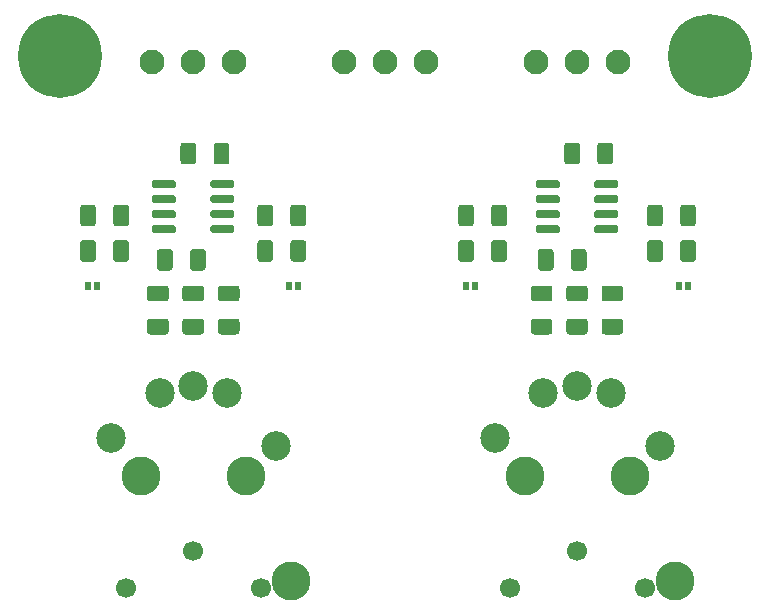
<source format=gbr>
%TF.GenerationSoftware,KiCad,Pcbnew,(5.1.6-0)*%
%TF.CreationDate,2023-04-14T20:26:11-07:00*%
%TF.ProjectId,input_buffer_bal_XLR_combo_SMD_1206,696e7075-745f-4627-9566-6665725f6261,rev?*%
%TF.SameCoordinates,Original*%
%TF.FileFunction,Soldermask,Top*%
%TF.FilePolarity,Negative*%
%FSLAX46Y46*%
G04 Gerber Fmt 4.6, Leading zero omitted, Abs format (unit mm)*
G04 Created by KiCad (PCBNEW (5.1.6-0)) date 2023-04-14 20:26:11*
%MOMM*%
%LPD*%
G01*
G04 APERTURE LIST*
%ADD10R,0.600000X0.700000*%
%ADD11C,1.700000*%
%ADD12C,3.300000*%
%ADD13C,2.500000*%
%ADD14C,0.900000*%
%ADD15C,7.100000*%
%ADD16C,2.100000*%
G04 APERTURE END LIST*
D10*
%TO.C,D4*%
X146900000Y-128250000D03*
X146100000Y-128250000D03*
%TD*%
%TO.C,D3*%
X128900000Y-128250000D03*
X128100000Y-128250000D03*
%TD*%
%TO.C,D2*%
X113900000Y-128250000D03*
X113100000Y-128250000D03*
%TD*%
%TO.C,D1*%
X96900000Y-128250000D03*
X96100000Y-128250000D03*
%TD*%
D11*
%TO.C,J1*%
X99300000Y-153815000D03*
X110730000Y-153815000D03*
D12*
X113270000Y-153180000D03*
D11*
X105015000Y-150640000D03*
D12*
X109460000Y-144290000D03*
X100570000Y-144290000D03*
D13*
X102157500Y-137305000D03*
X107872500Y-137305000D03*
X105015000Y-136670000D03*
X98030000Y-141115000D03*
X112000000Y-141750000D03*
%TD*%
D11*
%TO.C,J2*%
X131800000Y-153815000D03*
X143230000Y-153815000D03*
D12*
X145770000Y-153180000D03*
D11*
X137515000Y-150640000D03*
D12*
X141960000Y-144290000D03*
X133070000Y-144290000D03*
D13*
X134657500Y-137305000D03*
X140372500Y-137305000D03*
X137515000Y-136670000D03*
X130530000Y-141115000D03*
X144500000Y-141750000D03*
%TD*%
%TO.C,U2*%
G36*
G01*
X138950000Y-119770000D02*
X138950000Y-119420000D01*
G75*
G02*
X139125000Y-119245000I175000J0D01*
G01*
X140825000Y-119245000D01*
G75*
G02*
X141000000Y-119420000I0J-175000D01*
G01*
X141000000Y-119770000D01*
G75*
G02*
X140825000Y-119945000I-175000J0D01*
G01*
X139125000Y-119945000D01*
G75*
G02*
X138950000Y-119770000I0J175000D01*
G01*
G37*
G36*
G01*
X138950000Y-121040000D02*
X138950000Y-120690000D01*
G75*
G02*
X139125000Y-120515000I175000J0D01*
G01*
X140825000Y-120515000D01*
G75*
G02*
X141000000Y-120690000I0J-175000D01*
G01*
X141000000Y-121040000D01*
G75*
G02*
X140825000Y-121215000I-175000J0D01*
G01*
X139125000Y-121215000D01*
G75*
G02*
X138950000Y-121040000I0J175000D01*
G01*
G37*
G36*
G01*
X138950000Y-122310000D02*
X138950000Y-121960000D01*
G75*
G02*
X139125000Y-121785000I175000J0D01*
G01*
X140825000Y-121785000D01*
G75*
G02*
X141000000Y-121960000I0J-175000D01*
G01*
X141000000Y-122310000D01*
G75*
G02*
X140825000Y-122485000I-175000J0D01*
G01*
X139125000Y-122485000D01*
G75*
G02*
X138950000Y-122310000I0J175000D01*
G01*
G37*
G36*
G01*
X138950000Y-123580000D02*
X138950000Y-123230000D01*
G75*
G02*
X139125000Y-123055000I175000J0D01*
G01*
X140825000Y-123055000D01*
G75*
G02*
X141000000Y-123230000I0J-175000D01*
G01*
X141000000Y-123580000D01*
G75*
G02*
X140825000Y-123755000I-175000J0D01*
G01*
X139125000Y-123755000D01*
G75*
G02*
X138950000Y-123580000I0J175000D01*
G01*
G37*
G36*
G01*
X134000000Y-123580000D02*
X134000000Y-123230000D01*
G75*
G02*
X134175000Y-123055000I175000J0D01*
G01*
X135875000Y-123055000D01*
G75*
G02*
X136050000Y-123230000I0J-175000D01*
G01*
X136050000Y-123580000D01*
G75*
G02*
X135875000Y-123755000I-175000J0D01*
G01*
X134175000Y-123755000D01*
G75*
G02*
X134000000Y-123580000I0J175000D01*
G01*
G37*
G36*
G01*
X134000000Y-122310000D02*
X134000000Y-121960000D01*
G75*
G02*
X134175000Y-121785000I175000J0D01*
G01*
X135875000Y-121785000D01*
G75*
G02*
X136050000Y-121960000I0J-175000D01*
G01*
X136050000Y-122310000D01*
G75*
G02*
X135875000Y-122485000I-175000J0D01*
G01*
X134175000Y-122485000D01*
G75*
G02*
X134000000Y-122310000I0J175000D01*
G01*
G37*
G36*
G01*
X134000000Y-121040000D02*
X134000000Y-120690000D01*
G75*
G02*
X134175000Y-120515000I175000J0D01*
G01*
X135875000Y-120515000D01*
G75*
G02*
X136050000Y-120690000I0J-175000D01*
G01*
X136050000Y-121040000D01*
G75*
G02*
X135875000Y-121215000I-175000J0D01*
G01*
X134175000Y-121215000D01*
G75*
G02*
X134000000Y-121040000I0J175000D01*
G01*
G37*
G36*
G01*
X134000000Y-119770000D02*
X134000000Y-119420000D01*
G75*
G02*
X134175000Y-119245000I175000J0D01*
G01*
X135875000Y-119245000D01*
G75*
G02*
X136050000Y-119420000I0J-175000D01*
G01*
X136050000Y-119770000D01*
G75*
G02*
X135875000Y-119945000I-175000J0D01*
G01*
X134175000Y-119945000D01*
G75*
G02*
X134000000Y-119770000I0J175000D01*
G01*
G37*
%TD*%
%TO.C,U1*%
G36*
G01*
X106450000Y-119770000D02*
X106450000Y-119420000D01*
G75*
G02*
X106625000Y-119245000I175000J0D01*
G01*
X108325000Y-119245000D01*
G75*
G02*
X108500000Y-119420000I0J-175000D01*
G01*
X108500000Y-119770000D01*
G75*
G02*
X108325000Y-119945000I-175000J0D01*
G01*
X106625000Y-119945000D01*
G75*
G02*
X106450000Y-119770000I0J175000D01*
G01*
G37*
G36*
G01*
X106450000Y-121040000D02*
X106450000Y-120690000D01*
G75*
G02*
X106625000Y-120515000I175000J0D01*
G01*
X108325000Y-120515000D01*
G75*
G02*
X108500000Y-120690000I0J-175000D01*
G01*
X108500000Y-121040000D01*
G75*
G02*
X108325000Y-121215000I-175000J0D01*
G01*
X106625000Y-121215000D01*
G75*
G02*
X106450000Y-121040000I0J175000D01*
G01*
G37*
G36*
G01*
X106450000Y-122310000D02*
X106450000Y-121960000D01*
G75*
G02*
X106625000Y-121785000I175000J0D01*
G01*
X108325000Y-121785000D01*
G75*
G02*
X108500000Y-121960000I0J-175000D01*
G01*
X108500000Y-122310000D01*
G75*
G02*
X108325000Y-122485000I-175000J0D01*
G01*
X106625000Y-122485000D01*
G75*
G02*
X106450000Y-122310000I0J175000D01*
G01*
G37*
G36*
G01*
X106450000Y-123580000D02*
X106450000Y-123230000D01*
G75*
G02*
X106625000Y-123055000I175000J0D01*
G01*
X108325000Y-123055000D01*
G75*
G02*
X108500000Y-123230000I0J-175000D01*
G01*
X108500000Y-123580000D01*
G75*
G02*
X108325000Y-123755000I-175000J0D01*
G01*
X106625000Y-123755000D01*
G75*
G02*
X106450000Y-123580000I0J175000D01*
G01*
G37*
G36*
G01*
X101500000Y-123580000D02*
X101500000Y-123230000D01*
G75*
G02*
X101675000Y-123055000I175000J0D01*
G01*
X103375000Y-123055000D01*
G75*
G02*
X103550000Y-123230000I0J-175000D01*
G01*
X103550000Y-123580000D01*
G75*
G02*
X103375000Y-123755000I-175000J0D01*
G01*
X101675000Y-123755000D01*
G75*
G02*
X101500000Y-123580000I0J175000D01*
G01*
G37*
G36*
G01*
X101500000Y-122310000D02*
X101500000Y-121960000D01*
G75*
G02*
X101675000Y-121785000I175000J0D01*
G01*
X103375000Y-121785000D01*
G75*
G02*
X103550000Y-121960000I0J-175000D01*
G01*
X103550000Y-122310000D01*
G75*
G02*
X103375000Y-122485000I-175000J0D01*
G01*
X101675000Y-122485000D01*
G75*
G02*
X101500000Y-122310000I0J175000D01*
G01*
G37*
G36*
G01*
X101500000Y-121040000D02*
X101500000Y-120690000D01*
G75*
G02*
X101675000Y-120515000I175000J0D01*
G01*
X103375000Y-120515000D01*
G75*
G02*
X103550000Y-120690000I0J-175000D01*
G01*
X103550000Y-121040000D01*
G75*
G02*
X103375000Y-121215000I-175000J0D01*
G01*
X101675000Y-121215000D01*
G75*
G02*
X101500000Y-121040000I0J175000D01*
G01*
G37*
G36*
G01*
X101500000Y-119770000D02*
X101500000Y-119420000D01*
G75*
G02*
X101675000Y-119245000I175000J0D01*
G01*
X103375000Y-119245000D01*
G75*
G02*
X103550000Y-119420000I0J-175000D01*
G01*
X103550000Y-119770000D01*
G75*
G02*
X103375000Y-119945000I-175000J0D01*
G01*
X101675000Y-119945000D01*
G75*
G02*
X101500000Y-119770000I0J175000D01*
G01*
G37*
%TD*%
%TO.C,R10*%
G36*
G01*
X141155000Y-129525000D02*
X139845000Y-129525000D01*
G75*
G02*
X139575000Y-129255000I0J270000D01*
G01*
X139575000Y-128445000D01*
G75*
G02*
X139845000Y-128175000I270000J0D01*
G01*
X141155000Y-128175000D01*
G75*
G02*
X141425000Y-128445000I0J-270000D01*
G01*
X141425000Y-129255000D01*
G75*
G02*
X141155000Y-129525000I-270000J0D01*
G01*
G37*
G36*
G01*
X141155000Y-132325000D02*
X139845000Y-132325000D01*
G75*
G02*
X139575000Y-132055000I0J270000D01*
G01*
X139575000Y-131245000D01*
G75*
G02*
X139845000Y-130975000I270000J0D01*
G01*
X141155000Y-130975000D01*
G75*
G02*
X141425000Y-131245000I0J-270000D01*
G01*
X141425000Y-132055000D01*
G75*
G02*
X141155000Y-132325000I-270000J0D01*
G01*
G37*
%TD*%
%TO.C,R9*%
G36*
G01*
X133845000Y-130975000D02*
X135155000Y-130975000D01*
G75*
G02*
X135425000Y-131245000I0J-270000D01*
G01*
X135425000Y-132055000D01*
G75*
G02*
X135155000Y-132325000I-270000J0D01*
G01*
X133845000Y-132325000D01*
G75*
G02*
X133575000Y-132055000I0J270000D01*
G01*
X133575000Y-131245000D01*
G75*
G02*
X133845000Y-130975000I270000J0D01*
G01*
G37*
G36*
G01*
X133845000Y-128175000D02*
X135155000Y-128175000D01*
G75*
G02*
X135425000Y-128445000I0J-270000D01*
G01*
X135425000Y-129255000D01*
G75*
G02*
X135155000Y-129525000I-270000J0D01*
G01*
X133845000Y-129525000D01*
G75*
G02*
X133575000Y-129255000I0J270000D01*
G01*
X133575000Y-128445000D01*
G75*
G02*
X133845000Y-128175000I270000J0D01*
G01*
G37*
%TD*%
%TO.C,R8*%
G36*
G01*
X108655000Y-129525000D02*
X107345000Y-129525000D01*
G75*
G02*
X107075000Y-129255000I0J270000D01*
G01*
X107075000Y-128445000D01*
G75*
G02*
X107345000Y-128175000I270000J0D01*
G01*
X108655000Y-128175000D01*
G75*
G02*
X108925000Y-128445000I0J-270000D01*
G01*
X108925000Y-129255000D01*
G75*
G02*
X108655000Y-129525000I-270000J0D01*
G01*
G37*
G36*
G01*
X108655000Y-132325000D02*
X107345000Y-132325000D01*
G75*
G02*
X107075000Y-132055000I0J270000D01*
G01*
X107075000Y-131245000D01*
G75*
G02*
X107345000Y-130975000I270000J0D01*
G01*
X108655000Y-130975000D01*
G75*
G02*
X108925000Y-131245000I0J-270000D01*
G01*
X108925000Y-132055000D01*
G75*
G02*
X108655000Y-132325000I-270000J0D01*
G01*
G37*
%TD*%
%TO.C,R7*%
G36*
G01*
X101345000Y-130975000D02*
X102655000Y-130975000D01*
G75*
G02*
X102925000Y-131245000I0J-270000D01*
G01*
X102925000Y-132055000D01*
G75*
G02*
X102655000Y-132325000I-270000J0D01*
G01*
X101345000Y-132325000D01*
G75*
G02*
X101075000Y-132055000I0J270000D01*
G01*
X101075000Y-131245000D01*
G75*
G02*
X101345000Y-130975000I270000J0D01*
G01*
G37*
G36*
G01*
X101345000Y-128175000D02*
X102655000Y-128175000D01*
G75*
G02*
X102925000Y-128445000I0J-270000D01*
G01*
X102925000Y-129255000D01*
G75*
G02*
X102655000Y-129525000I-270000J0D01*
G01*
X101345000Y-129525000D01*
G75*
G02*
X101075000Y-129255000I0J270000D01*
G01*
X101075000Y-128445000D01*
G75*
G02*
X101345000Y-128175000I270000J0D01*
G01*
G37*
%TD*%
%TO.C,R6*%
G36*
G01*
X138155000Y-129525000D02*
X136845000Y-129525000D01*
G75*
G02*
X136575000Y-129255000I0J270000D01*
G01*
X136575000Y-128445000D01*
G75*
G02*
X136845000Y-128175000I270000J0D01*
G01*
X138155000Y-128175000D01*
G75*
G02*
X138425000Y-128445000I0J-270000D01*
G01*
X138425000Y-129255000D01*
G75*
G02*
X138155000Y-129525000I-270000J0D01*
G01*
G37*
G36*
G01*
X138155000Y-132325000D02*
X136845000Y-132325000D01*
G75*
G02*
X136575000Y-132055000I0J270000D01*
G01*
X136575000Y-131245000D01*
G75*
G02*
X136845000Y-130975000I270000J0D01*
G01*
X138155000Y-130975000D01*
G75*
G02*
X138425000Y-131245000I0J-270000D01*
G01*
X138425000Y-132055000D01*
G75*
G02*
X138155000Y-132325000I-270000J0D01*
G01*
G37*
%TD*%
%TO.C,R5*%
G36*
G01*
X105655000Y-129525000D02*
X104345000Y-129525000D01*
G75*
G02*
X104075000Y-129255000I0J270000D01*
G01*
X104075000Y-128445000D01*
G75*
G02*
X104345000Y-128175000I270000J0D01*
G01*
X105655000Y-128175000D01*
G75*
G02*
X105925000Y-128445000I0J-270000D01*
G01*
X105925000Y-129255000D01*
G75*
G02*
X105655000Y-129525000I-270000J0D01*
G01*
G37*
G36*
G01*
X105655000Y-132325000D02*
X104345000Y-132325000D01*
G75*
G02*
X104075000Y-132055000I0J270000D01*
G01*
X104075000Y-131245000D01*
G75*
G02*
X104345000Y-130975000I270000J0D01*
G01*
X105655000Y-130975000D01*
G75*
G02*
X105925000Y-131245000I0J-270000D01*
G01*
X105925000Y-132055000D01*
G75*
G02*
X105655000Y-132325000I-270000J0D01*
G01*
G37*
%TD*%
%TO.C,R4*%
G36*
G01*
X146225000Y-125905000D02*
X146225000Y-124595000D01*
G75*
G02*
X146495000Y-124325000I270000J0D01*
G01*
X147305000Y-124325000D01*
G75*
G02*
X147575000Y-124595000I0J-270000D01*
G01*
X147575000Y-125905000D01*
G75*
G02*
X147305000Y-126175000I-270000J0D01*
G01*
X146495000Y-126175000D01*
G75*
G02*
X146225000Y-125905000I0J270000D01*
G01*
G37*
G36*
G01*
X143425000Y-125905000D02*
X143425000Y-124595000D01*
G75*
G02*
X143695000Y-124325000I270000J0D01*
G01*
X144505000Y-124325000D01*
G75*
G02*
X144775000Y-124595000I0J-270000D01*
G01*
X144775000Y-125905000D01*
G75*
G02*
X144505000Y-126175000I-270000J0D01*
G01*
X143695000Y-126175000D01*
G75*
G02*
X143425000Y-125905000I0J270000D01*
G01*
G37*
%TD*%
%TO.C,R3*%
G36*
G01*
X128775000Y-124595000D02*
X128775000Y-125905000D01*
G75*
G02*
X128505000Y-126175000I-270000J0D01*
G01*
X127695000Y-126175000D01*
G75*
G02*
X127425000Y-125905000I0J270000D01*
G01*
X127425000Y-124595000D01*
G75*
G02*
X127695000Y-124325000I270000J0D01*
G01*
X128505000Y-124325000D01*
G75*
G02*
X128775000Y-124595000I0J-270000D01*
G01*
G37*
G36*
G01*
X131575000Y-124595000D02*
X131575000Y-125905000D01*
G75*
G02*
X131305000Y-126175000I-270000J0D01*
G01*
X130495000Y-126175000D01*
G75*
G02*
X130225000Y-125905000I0J270000D01*
G01*
X130225000Y-124595000D01*
G75*
G02*
X130495000Y-124325000I270000J0D01*
G01*
X131305000Y-124325000D01*
G75*
G02*
X131575000Y-124595000I0J-270000D01*
G01*
G37*
%TD*%
%TO.C,R2*%
G36*
G01*
X113225000Y-125905000D02*
X113225000Y-124595000D01*
G75*
G02*
X113495000Y-124325000I270000J0D01*
G01*
X114305000Y-124325000D01*
G75*
G02*
X114575000Y-124595000I0J-270000D01*
G01*
X114575000Y-125905000D01*
G75*
G02*
X114305000Y-126175000I-270000J0D01*
G01*
X113495000Y-126175000D01*
G75*
G02*
X113225000Y-125905000I0J270000D01*
G01*
G37*
G36*
G01*
X110425000Y-125905000D02*
X110425000Y-124595000D01*
G75*
G02*
X110695000Y-124325000I270000J0D01*
G01*
X111505000Y-124325000D01*
G75*
G02*
X111775000Y-124595000I0J-270000D01*
G01*
X111775000Y-125905000D01*
G75*
G02*
X111505000Y-126175000I-270000J0D01*
G01*
X110695000Y-126175000D01*
G75*
G02*
X110425000Y-125905000I0J270000D01*
G01*
G37*
%TD*%
%TO.C,R1*%
G36*
G01*
X96775000Y-124595000D02*
X96775000Y-125905000D01*
G75*
G02*
X96505000Y-126175000I-270000J0D01*
G01*
X95695000Y-126175000D01*
G75*
G02*
X95425000Y-125905000I0J270000D01*
G01*
X95425000Y-124595000D01*
G75*
G02*
X95695000Y-124325000I270000J0D01*
G01*
X96505000Y-124325000D01*
G75*
G02*
X96775000Y-124595000I0J-270000D01*
G01*
G37*
G36*
G01*
X99575000Y-124595000D02*
X99575000Y-125905000D01*
G75*
G02*
X99305000Y-126175000I-270000J0D01*
G01*
X98495000Y-126175000D01*
G75*
G02*
X98225000Y-125905000I0J270000D01*
G01*
X98225000Y-124595000D01*
G75*
G02*
X98495000Y-124325000I270000J0D01*
G01*
X99305000Y-124325000D01*
G75*
G02*
X99575000Y-124595000I0J-270000D01*
G01*
G37*
%TD*%
%TO.C,C8*%
G36*
G01*
X144775000Y-121595000D02*
X144775000Y-122905000D01*
G75*
G02*
X144505000Y-123175000I-270000J0D01*
G01*
X143695000Y-123175000D01*
G75*
G02*
X143425000Y-122905000I0J270000D01*
G01*
X143425000Y-121595000D01*
G75*
G02*
X143695000Y-121325000I270000J0D01*
G01*
X144505000Y-121325000D01*
G75*
G02*
X144775000Y-121595000I0J-270000D01*
G01*
G37*
G36*
G01*
X147575000Y-121595000D02*
X147575000Y-122905000D01*
G75*
G02*
X147305000Y-123175000I-270000J0D01*
G01*
X146495000Y-123175000D01*
G75*
G02*
X146225000Y-122905000I0J270000D01*
G01*
X146225000Y-121595000D01*
G75*
G02*
X146495000Y-121325000I270000J0D01*
G01*
X147305000Y-121325000D01*
G75*
G02*
X147575000Y-121595000I0J-270000D01*
G01*
G37*
%TD*%
%TO.C,C7*%
G36*
G01*
X128775000Y-121595000D02*
X128775000Y-122905000D01*
G75*
G02*
X128505000Y-123175000I-270000J0D01*
G01*
X127695000Y-123175000D01*
G75*
G02*
X127425000Y-122905000I0J270000D01*
G01*
X127425000Y-121595000D01*
G75*
G02*
X127695000Y-121325000I270000J0D01*
G01*
X128505000Y-121325000D01*
G75*
G02*
X128775000Y-121595000I0J-270000D01*
G01*
G37*
G36*
G01*
X131575000Y-121595000D02*
X131575000Y-122905000D01*
G75*
G02*
X131305000Y-123175000I-270000J0D01*
G01*
X130495000Y-123175000D01*
G75*
G02*
X130225000Y-122905000I0J270000D01*
G01*
X130225000Y-121595000D01*
G75*
G02*
X130495000Y-121325000I270000J0D01*
G01*
X131305000Y-121325000D01*
G75*
G02*
X131575000Y-121595000I0J-270000D01*
G01*
G37*
%TD*%
%TO.C,C6*%
G36*
G01*
X111775000Y-121595000D02*
X111775000Y-122905000D01*
G75*
G02*
X111505000Y-123175000I-270000J0D01*
G01*
X110695000Y-123175000D01*
G75*
G02*
X110425000Y-122905000I0J270000D01*
G01*
X110425000Y-121595000D01*
G75*
G02*
X110695000Y-121325000I270000J0D01*
G01*
X111505000Y-121325000D01*
G75*
G02*
X111775000Y-121595000I0J-270000D01*
G01*
G37*
G36*
G01*
X114575000Y-121595000D02*
X114575000Y-122905000D01*
G75*
G02*
X114305000Y-123175000I-270000J0D01*
G01*
X113495000Y-123175000D01*
G75*
G02*
X113225000Y-122905000I0J270000D01*
G01*
X113225000Y-121595000D01*
G75*
G02*
X113495000Y-121325000I270000J0D01*
G01*
X114305000Y-121325000D01*
G75*
G02*
X114575000Y-121595000I0J-270000D01*
G01*
G37*
%TD*%
%TO.C,C5*%
G36*
G01*
X96775000Y-121595000D02*
X96775000Y-122905000D01*
G75*
G02*
X96505000Y-123175000I-270000J0D01*
G01*
X95695000Y-123175000D01*
G75*
G02*
X95425000Y-122905000I0J270000D01*
G01*
X95425000Y-121595000D01*
G75*
G02*
X95695000Y-121325000I270000J0D01*
G01*
X96505000Y-121325000D01*
G75*
G02*
X96775000Y-121595000I0J-270000D01*
G01*
G37*
G36*
G01*
X99575000Y-121595000D02*
X99575000Y-122905000D01*
G75*
G02*
X99305000Y-123175000I-270000J0D01*
G01*
X98495000Y-123175000D01*
G75*
G02*
X98225000Y-122905000I0J270000D01*
G01*
X98225000Y-121595000D01*
G75*
G02*
X98495000Y-121325000I270000J0D01*
G01*
X99305000Y-121325000D01*
G75*
G02*
X99575000Y-121595000I0J-270000D01*
G01*
G37*
%TD*%
%TO.C,C4*%
G36*
G01*
X135525000Y-125345000D02*
X135525000Y-126655000D01*
G75*
G02*
X135255000Y-126925000I-270000J0D01*
G01*
X134445000Y-126925000D01*
G75*
G02*
X134175000Y-126655000I0J270000D01*
G01*
X134175000Y-125345000D01*
G75*
G02*
X134445000Y-125075000I270000J0D01*
G01*
X135255000Y-125075000D01*
G75*
G02*
X135525000Y-125345000I0J-270000D01*
G01*
G37*
G36*
G01*
X138325000Y-125345000D02*
X138325000Y-126655000D01*
G75*
G02*
X138055000Y-126925000I-270000J0D01*
G01*
X137245000Y-126925000D01*
G75*
G02*
X136975000Y-126655000I0J270000D01*
G01*
X136975000Y-125345000D01*
G75*
G02*
X137245000Y-125075000I270000J0D01*
G01*
X138055000Y-125075000D01*
G75*
G02*
X138325000Y-125345000I0J-270000D01*
G01*
G37*
%TD*%
%TO.C,C3*%
G36*
G01*
X103275000Y-125345000D02*
X103275000Y-126655000D01*
G75*
G02*
X103005000Y-126925000I-270000J0D01*
G01*
X102195000Y-126925000D01*
G75*
G02*
X101925000Y-126655000I0J270000D01*
G01*
X101925000Y-125345000D01*
G75*
G02*
X102195000Y-125075000I270000J0D01*
G01*
X103005000Y-125075000D01*
G75*
G02*
X103275000Y-125345000I0J-270000D01*
G01*
G37*
G36*
G01*
X106075000Y-125345000D02*
X106075000Y-126655000D01*
G75*
G02*
X105805000Y-126925000I-270000J0D01*
G01*
X104995000Y-126925000D01*
G75*
G02*
X104725000Y-126655000I0J270000D01*
G01*
X104725000Y-125345000D01*
G75*
G02*
X104995000Y-125075000I270000J0D01*
G01*
X105805000Y-125075000D01*
G75*
G02*
X106075000Y-125345000I0J-270000D01*
G01*
G37*
%TD*%
%TO.C,C2*%
G36*
G01*
X137775000Y-116345000D02*
X137775000Y-117655000D01*
G75*
G02*
X137505000Y-117925000I-270000J0D01*
G01*
X136695000Y-117925000D01*
G75*
G02*
X136425000Y-117655000I0J270000D01*
G01*
X136425000Y-116345000D01*
G75*
G02*
X136695000Y-116075000I270000J0D01*
G01*
X137505000Y-116075000D01*
G75*
G02*
X137775000Y-116345000I0J-270000D01*
G01*
G37*
G36*
G01*
X140575000Y-116345000D02*
X140575000Y-117655000D01*
G75*
G02*
X140305000Y-117925000I-270000J0D01*
G01*
X139495000Y-117925000D01*
G75*
G02*
X139225000Y-117655000I0J270000D01*
G01*
X139225000Y-116345000D01*
G75*
G02*
X139495000Y-116075000I270000J0D01*
G01*
X140305000Y-116075000D01*
G75*
G02*
X140575000Y-116345000I0J-270000D01*
G01*
G37*
%TD*%
%TO.C,C1*%
G36*
G01*
X105275000Y-116345000D02*
X105275000Y-117655000D01*
G75*
G02*
X105005000Y-117925000I-270000J0D01*
G01*
X104195000Y-117925000D01*
G75*
G02*
X103925000Y-117655000I0J270000D01*
G01*
X103925000Y-116345000D01*
G75*
G02*
X104195000Y-116075000I270000J0D01*
G01*
X105005000Y-116075000D01*
G75*
G02*
X105275000Y-116345000I0J-270000D01*
G01*
G37*
G36*
G01*
X108075000Y-116345000D02*
X108075000Y-117655000D01*
G75*
G02*
X107805000Y-117925000I-270000J0D01*
G01*
X106995000Y-117925000D01*
G75*
G02*
X106725000Y-117655000I0J270000D01*
G01*
X106725000Y-116345000D01*
G75*
G02*
X106995000Y-116075000I270000J0D01*
G01*
X107805000Y-116075000D01*
G75*
G02*
X108075000Y-116345000I0J-270000D01*
G01*
G37*
%TD*%
D14*
%TO.C,H2*%
X150606155Y-106893845D03*
X148750000Y-106125000D03*
X146893845Y-106893845D03*
X146125000Y-108750000D03*
X146893845Y-110606155D03*
X148750000Y-111375000D03*
X150606155Y-110606155D03*
X151375000Y-108750000D03*
D15*
X148750000Y-108750000D03*
%TD*%
D14*
%TO.C,H1*%
X95606155Y-106893845D03*
X93750000Y-106125000D03*
X91893845Y-106893845D03*
X91125000Y-108750000D03*
X91893845Y-110606155D03*
X93750000Y-111375000D03*
X95606155Y-110606155D03*
X96375000Y-108750000D03*
D15*
X93750000Y-108750000D03*
%TD*%
D16*
%TO.C,J5*%
X134000000Y-109250000D03*
X137500000Y-109250000D03*
X141000000Y-109250000D03*
%TD*%
%TO.C,J4*%
X101500000Y-109250000D03*
X105000000Y-109250000D03*
X108500000Y-109250000D03*
%TD*%
%TO.C,J3*%
X117750000Y-109250000D03*
X121250000Y-109250000D03*
X124750000Y-109250000D03*
%TD*%
M02*

</source>
